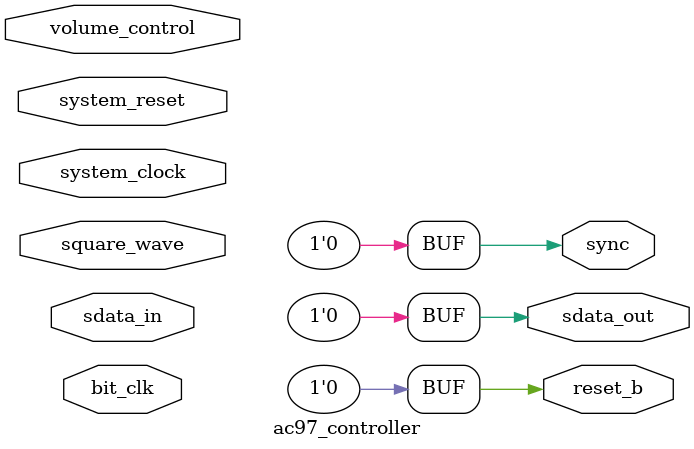
<source format=v>
module ac97_controller (
    // AC97 Protocol Signals
    input sdata_in,           // Serial line from the codec (not used in this lab)
    input bit_clk,            // Bit clock from the codec (used for all logic in this module except reset)
    output sdata_out,         // Serial line to the codec
    output sync,              // Sync signal to the codec
    output reset_b,           // Active low reset (reset bar) to the codec

    input [3:0] volume_control,  // This input is tied to GPIO switches 3, 4, 5, 6    
    
    input system_clock,       // Clock used for resetting codec
    input system_reset,       // Reset signal coming from the CPU_RESET button
                              // you will need to generate the reset signal for the codec in this controller
                              // (This reset signal should trigger the codec reset)

    input square_wave         // The tone this controller should play (1 = 250000, 0 = -250000)
);

    // Remove these lines once you build your AC97 controller
    assign sdata_out = 1'b0;
    assign sync = 1'b0;
    assign reset_b = 1'b0;
endmodule

</source>
